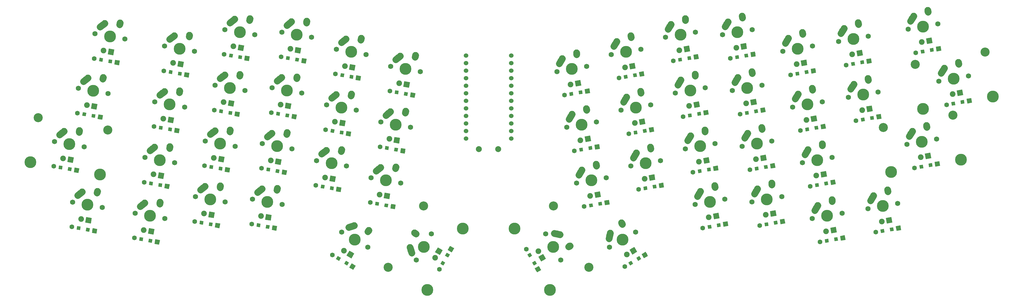
<source format=gbs>
G04 #@! TF.GenerationSoftware,KiCad,Pcbnew,(5.1.4-0-10_14)*
G04 #@! TF.CreationDate,2022-04-16T14:17:43-04:00*
G04 #@! TF.ProjectId,keyboard,6b657962-6f61-4726-942e-6b696361645f,rev?*
G04 #@! TF.SameCoordinates,Original*
G04 #@! TF.FileFunction,Soldermask,Bot*
G04 #@! TF.FilePolarity,Negative*
%FSLAX46Y46*%
G04 Gerber Fmt 4.6, Leading zero omitted, Abs format (unit mm)*
G04 Created by KiCad (PCBNEW (5.1.4-0-10_14)) date 2022-04-16 14:17:43*
%MOMM*%
%LPD*%
G04 APERTURE LIST*
%ADD10C,2.000000*%
%ADD11C,1.750000*%
%ADD12C,1.905000*%
%ADD13C,0.100000*%
%ADD14C,2.250000*%
%ADD15C,3.987800*%
%ADD16C,2.250000*%
%ADD17C,1.600000*%
%ADD18C,1.200000*%
%ADD19C,3.048000*%
%ADD20C,1.524000*%
G04 APERTURE END LIST*
D10*
X207626800Y-93726000D03*
X214126800Y-93726000D03*
D11*
X144610691Y-93619674D03*
X134605045Y-91855408D03*
D12*
X139976441Y-97960898D03*
D13*
G36*
X138873012Y-98733527D02*
G01*
X139203812Y-96857469D01*
X141079870Y-97188269D01*
X140749070Y-99064327D01*
X138873012Y-98733527D01*
X138873012Y-98733527D01*
G37*
D12*
X137475029Y-97519831D03*
D14*
X137840441Y-88364190D03*
D15*
X139607868Y-92737541D03*
D14*
X137068630Y-88969360D03*
D16*
X136296817Y-89574530D02*
X137840443Y-88364190D01*
D14*
X142991412Y-88175784D03*
X142921358Y-88457906D03*
D16*
X142851304Y-88740027D02*
X142991412Y-88175785D01*
D11*
X362262011Y-51600531D03*
X352256365Y-53364797D03*
D12*
X359392027Y-57264954D03*
D13*
G36*
X358619398Y-58368383D02*
G01*
X358288598Y-56492325D01*
X360164656Y-56161525D01*
X360495456Y-58037583D01*
X358619398Y-58368383D01*
X358619398Y-58368383D01*
G37*
D12*
X356890615Y-57706021D03*
D14*
X354102576Y-48977553D03*
D15*
X357259188Y-52482664D03*
D14*
X353584291Y-49810203D03*
D16*
X353066004Y-50642852D02*
X354102578Y-48977554D01*
D14*
X358878467Y-47038774D03*
X358909129Y-47327842D03*
D16*
X358939791Y-47616909D02*
X358878467Y-47038775D01*
D11*
X170146209Y-126737400D03*
X161347391Y-121657400D03*
D12*
X164306652Y-129231809D03*
D13*
G36*
X163005513Y-129580448D02*
G01*
X163958013Y-127930670D01*
X165607791Y-128883170D01*
X164655291Y-130532948D01*
X163005513Y-129580448D01*
X163005513Y-129580448D01*
G37*
D12*
X162106948Y-127961809D03*
D14*
X165581736Y-119483298D03*
D15*
X165746800Y-124197400D03*
D14*
X164649490Y-119787997D03*
D16*
X163717243Y-120092695D02*
X165581737Y-119483299D01*
D14*
X170486505Y-121067991D03*
X170324185Y-121309139D03*
D16*
X170161864Y-121550286D02*
X170486506Y-121067992D01*
D11*
X181263627Y-105159708D03*
X171257981Y-103395442D03*
D12*
X176629377Y-109500932D03*
D13*
G36*
X175525948Y-110273561D02*
G01*
X175856748Y-108397503D01*
X177732806Y-108728303D01*
X177402006Y-110604361D01*
X175525948Y-110273561D01*
X175525948Y-110273561D01*
G37*
D12*
X174127965Y-109059865D03*
D14*
X174493377Y-99904224D03*
D15*
X176260804Y-104277575D03*
D14*
X173721566Y-100509394D03*
D16*
X172949753Y-101114564D02*
X174493379Y-99904224D01*
D14*
X179644348Y-99715818D03*
X179574294Y-99997940D03*
D16*
X179504240Y-100280061D02*
X179644348Y-99715819D01*
D11*
X101784565Y-117089555D03*
X91778919Y-115325289D03*
D12*
X97150315Y-121430779D03*
D13*
G36*
X96046886Y-122203408D02*
G01*
X96377686Y-120327350D01*
X98253744Y-120658150D01*
X97922944Y-122534208D01*
X96046886Y-122203408D01*
X96046886Y-122203408D01*
G37*
D12*
X94648903Y-120989712D03*
D14*
X95014315Y-111834071D03*
D15*
X96781742Y-116207422D03*
D14*
X94242504Y-112439241D03*
D16*
X93470691Y-113044411D02*
X95014317Y-111834071D01*
D14*
X100165286Y-111645665D03*
X100095232Y-111927787D03*
D16*
X100025178Y-112209908D02*
X100165286Y-111645666D01*
D11*
X108400560Y-79568380D03*
X98394914Y-77804114D03*
D12*
X103766310Y-83909604D03*
D13*
G36*
X102662881Y-84682233D02*
G01*
X102993681Y-82806175D01*
X104869739Y-83136975D01*
X104538939Y-85013033D01*
X102662881Y-84682233D01*
X102662881Y-84682233D01*
G37*
D12*
X101264898Y-83468537D03*
D14*
X101630310Y-74312896D03*
D15*
X103397737Y-78686247D03*
D14*
X100858499Y-74918066D03*
D16*
X100086686Y-75523236D02*
X101630312Y-74312896D01*
D14*
X106781281Y-74124490D03*
X106711227Y-74406612D03*
D16*
X106641173Y-74688733D02*
X106781281Y-74124491D01*
D17*
X94815524Y-104899194D03*
X102497024Y-106253650D03*
D13*
G36*
X103423789Y-105604722D02*
G01*
X103145952Y-107180415D01*
X101570259Y-106902578D01*
X101848096Y-105326885D01*
X103423789Y-105604722D01*
X103423789Y-105604722D01*
G37*
D18*
X100207346Y-105849918D03*
D13*
G36*
X100902420Y-105363222D02*
G01*
X100694042Y-106544992D01*
X99512272Y-106336614D01*
X99720650Y-105154844D01*
X100902420Y-105363222D01*
X100902420Y-105363222D01*
G37*
D18*
X97105202Y-105302926D03*
D13*
G36*
X97800276Y-104816230D02*
G01*
X97591898Y-105998000D01*
X96410128Y-105789622D01*
X96618506Y-104607852D01*
X97800276Y-104816230D01*
X97800276Y-104816230D01*
G37*
D17*
X236469516Y-75563216D03*
X244151016Y-74208760D03*
D13*
G36*
X244799944Y-73281995D02*
G01*
X245077781Y-74857688D01*
X243502088Y-75135525D01*
X243224251Y-73559832D01*
X244799944Y-73281995D01*
X244799944Y-73281995D01*
G37*
D18*
X241861338Y-74612492D03*
D13*
G36*
X242348034Y-73917418D02*
G01*
X242556412Y-75099188D01*
X241374642Y-75307566D01*
X241166264Y-74125796D01*
X242348034Y-73917418D01*
X242348034Y-73917418D01*
G37*
D18*
X238759194Y-75159484D03*
D13*
G36*
X239245890Y-74464410D02*
G01*
X239454268Y-75646180D01*
X238272498Y-75854558D01*
X238064120Y-74672788D01*
X239245890Y-74464410D01*
X239245890Y-74464410D01*
G37*
D17*
X115138946Y-99343922D03*
X122820446Y-100698378D03*
D13*
G36*
X123747211Y-100049450D02*
G01*
X123469374Y-101625143D01*
X121893681Y-101347306D01*
X122171518Y-99771613D01*
X123747211Y-100049450D01*
X123747211Y-100049450D01*
G37*
D18*
X120530768Y-100294646D03*
D13*
G36*
X121225842Y-99807950D02*
G01*
X121017464Y-100989720D01*
X119835694Y-100781342D01*
X120044072Y-99599572D01*
X121225842Y-99807950D01*
X121225842Y-99807950D01*
G37*
D18*
X117428624Y-99747654D03*
D13*
G36*
X118123698Y-99260958D02*
G01*
X117915320Y-100442728D01*
X116733550Y-100234350D01*
X116941928Y-99052580D01*
X118123698Y-99260958D01*
X118123698Y-99260958D01*
G37*
D17*
X121754941Y-61822747D03*
X129436441Y-63177203D03*
D13*
G36*
X130363206Y-62528275D02*
G01*
X130085369Y-64103968D01*
X128509676Y-63826131D01*
X128787513Y-62250438D01*
X130363206Y-62528275D01*
X130363206Y-62528275D01*
G37*
D18*
X127146763Y-62773471D03*
D13*
G36*
X127841837Y-62286775D02*
G01*
X127633459Y-63468545D01*
X126451689Y-63260167D01*
X126660067Y-62078397D01*
X127841837Y-62286775D01*
X127841837Y-62286775D01*
G37*
D18*
X124044619Y-62226479D03*
D13*
G36*
X124739693Y-61739783D02*
G01*
X124531315Y-62921553D01*
X123349545Y-62713175D01*
X123557923Y-61531405D01*
X124739693Y-61739783D01*
X124739693Y-61739783D01*
G37*
D17*
X152660121Y-105959918D03*
X160341621Y-107314374D03*
D13*
G36*
X161268386Y-106665446D02*
G01*
X160990549Y-108241139D01*
X159414856Y-107963302D01*
X159692693Y-106387609D01*
X161268386Y-106665446D01*
X161268386Y-106665446D01*
G37*
D18*
X158051943Y-106910642D03*
D13*
G36*
X158747017Y-106423946D02*
G01*
X158538639Y-107605716D01*
X157356869Y-107397338D01*
X157565247Y-106215568D01*
X158747017Y-106423946D01*
X158747017Y-106423946D01*
G37*
D18*
X154949799Y-106363650D03*
D13*
G36*
X155644873Y-105876954D02*
G01*
X155436495Y-107058724D01*
X154254725Y-106850346D01*
X154463103Y-105668576D01*
X155644873Y-105876954D01*
X155644873Y-105876954D01*
G37*
D17*
X322564574Y-125014238D03*
X330246074Y-123659782D03*
D13*
G36*
X330895002Y-122733017D02*
G01*
X331172839Y-124308710D01*
X329597146Y-124586547D01*
X329319309Y-123010854D01*
X330895002Y-122733017D01*
X330895002Y-122733017D01*
G37*
D18*
X327956396Y-124063514D03*
D13*
G36*
X328443092Y-123368440D02*
G01*
X328651470Y-124550210D01*
X327469700Y-124758588D01*
X327261322Y-123576818D01*
X328443092Y-123368440D01*
X328443092Y-123368440D01*
G37*
D18*
X324854252Y-124610506D03*
D13*
G36*
X325340948Y-123915432D02*
G01*
X325549326Y-125097202D01*
X324367556Y-125305580D01*
X324159178Y-124123810D01*
X325340948Y-123915432D01*
X325340948Y-123915432D01*
G37*
D17*
X254795984Y-69793199D03*
X262477484Y-68438743D03*
D13*
G36*
X263126412Y-67511978D02*
G01*
X263404249Y-69087671D01*
X261828556Y-69365508D01*
X261550719Y-67789815D01*
X263126412Y-67511978D01*
X263126412Y-67511978D01*
G37*
D18*
X260187806Y-68842475D03*
D13*
G36*
X260674502Y-68147401D02*
G01*
X260882880Y-69329171D01*
X259701110Y-69537549D01*
X259492732Y-68355779D01*
X260674502Y-68147401D01*
X260674502Y-68147401D01*
G37*
D18*
X257085662Y-69389467D03*
D13*
G36*
X257572358Y-68694393D02*
G01*
X257780736Y-69876163D01*
X256598966Y-70084541D01*
X256390588Y-68902771D01*
X257572358Y-68694393D01*
X257572358Y-68694393D01*
G37*
D17*
X77980784Y-63243022D03*
X85662284Y-64597478D03*
D13*
G36*
X86589049Y-63948550D02*
G01*
X86311212Y-65524243D01*
X84735519Y-65246406D01*
X85013356Y-63670713D01*
X86589049Y-63948550D01*
X86589049Y-63948550D01*
G37*
D18*
X83372606Y-64193746D03*
D13*
G36*
X84067680Y-63707050D02*
G01*
X83859302Y-64888820D01*
X82677532Y-64680442D01*
X82885910Y-63498672D01*
X84067680Y-63707050D01*
X84067680Y-63707050D01*
G37*
D18*
X80270462Y-63646754D03*
D13*
G36*
X80965536Y-63160058D02*
G01*
X80757158Y-64341828D01*
X79575388Y-64133450D01*
X79783766Y-62951680D01*
X80965536Y-63160058D01*
X80965536Y-63160058D01*
G37*
D17*
X177602584Y-74208760D03*
X185284084Y-75563216D03*
D13*
G36*
X186210849Y-74914288D02*
G01*
X185933012Y-76489981D01*
X184357319Y-76212144D01*
X184635156Y-74636451D01*
X186210849Y-74914288D01*
X186210849Y-74914288D01*
G37*
D18*
X182994406Y-75159484D03*
D13*
G36*
X183689480Y-74672788D02*
G01*
X183481102Y-75854558D01*
X182299332Y-75646180D01*
X182507710Y-74464410D01*
X183689480Y-74672788D01*
X183689480Y-74672788D01*
G37*
D18*
X179892262Y-74612492D03*
D13*
G36*
X180587336Y-74125796D02*
G01*
X180378958Y-75307566D01*
X179197188Y-75099188D01*
X179405566Y-73917418D01*
X180587336Y-74125796D01*
X180587336Y-74125796D01*
G37*
D17*
X111830948Y-118104510D03*
X119512448Y-119458966D03*
D13*
G36*
X120439213Y-118810038D02*
G01*
X120161376Y-120385731D01*
X118585683Y-120107894D01*
X118863520Y-118532201D01*
X120439213Y-118810038D01*
X120439213Y-118810038D01*
G37*
D18*
X117222770Y-119055234D03*
D13*
G36*
X117917844Y-118568538D02*
G01*
X117709466Y-119750308D01*
X116527696Y-119541930D01*
X116736074Y-118360160D01*
X117917844Y-118568538D01*
X117917844Y-118568538D01*
G37*
D18*
X114120626Y-118508242D03*
D13*
G36*
X114815700Y-118021546D02*
G01*
X114607322Y-119203316D01*
X113425552Y-118994938D01*
X113633930Y-117813168D01*
X114815700Y-118021546D01*
X114815700Y-118021546D01*
G37*
D17*
X331401169Y-65424477D03*
X339082669Y-64070021D03*
D13*
G36*
X339731597Y-63143256D02*
G01*
X340009434Y-64718949D01*
X338433741Y-64996786D01*
X338155904Y-63421093D01*
X339731597Y-63143256D01*
X339731597Y-63143256D01*
G37*
D18*
X336792991Y-64473753D03*
D13*
G36*
X337279687Y-63778679D02*
G01*
X337488065Y-64960449D01*
X336306295Y-65168827D01*
X336097917Y-63987057D01*
X337279687Y-63778679D01*
X337279687Y-63778679D01*
G37*
D18*
X333690847Y-65020745D03*
D13*
G36*
X334177543Y-64325671D02*
G01*
X334385921Y-65507441D01*
X333204151Y-65715819D01*
X332995773Y-64534049D01*
X334177543Y-64325671D01*
X334177543Y-64325671D01*
G37*
D17*
X256756801Y-133296440D03*
X263511799Y-129396440D03*
D13*
G36*
X263804619Y-128303620D02*
G01*
X264604619Y-129689260D01*
X263218979Y-130489260D01*
X262418979Y-129103620D01*
X263804619Y-128303620D01*
X263804619Y-128303620D01*
G37*
D18*
X261498290Y-130558940D03*
D13*
G36*
X261717905Y-129739325D02*
G01*
X262317905Y-130778555D01*
X261278675Y-131378555D01*
X260678675Y-130339325D01*
X261717905Y-129739325D01*
X261717905Y-129739325D01*
G37*
D18*
X258770310Y-132133940D03*
D13*
G36*
X258989925Y-131314325D02*
G01*
X259589925Y-132353555D01*
X258550695Y-132953555D01*
X257950695Y-131914325D01*
X258989925Y-131314325D01*
X258989925Y-131314325D01*
G37*
D17*
X319256576Y-106253650D03*
X326938076Y-104899194D03*
D13*
G36*
X327587004Y-103972429D02*
G01*
X327864841Y-105548122D01*
X326289148Y-105825959D01*
X326011311Y-104250266D01*
X327587004Y-103972429D01*
X327587004Y-103972429D01*
G37*
D18*
X324648398Y-105302926D03*
D13*
G36*
X325135094Y-104607852D02*
G01*
X325343472Y-105789622D01*
X324161702Y-105998000D01*
X323953324Y-104816230D01*
X325135094Y-104607852D01*
X325135094Y-104607852D01*
G37*
D18*
X321546254Y-105849918D03*
D13*
G36*
X322032950Y-105154844D02*
G01*
X322241328Y-106336614D01*
X321059558Y-106544992D01*
X320851180Y-105363222D01*
X322032950Y-105154844D01*
X322032950Y-105154844D01*
G37*
D17*
X64329568Y-99523698D03*
X72011068Y-100878154D03*
D13*
G36*
X72937833Y-100229226D02*
G01*
X72659996Y-101804919D01*
X71084303Y-101527082D01*
X71362140Y-99951389D01*
X72937833Y-100229226D01*
X72937833Y-100229226D01*
G37*
D18*
X69721390Y-100474422D03*
D13*
G36*
X70416464Y-99987726D02*
G01*
X70208086Y-101169496D01*
X69026316Y-100961118D01*
X69234694Y-99779348D01*
X70416464Y-99987726D01*
X70416464Y-99987726D01*
G37*
D18*
X66619246Y-99927430D03*
D13*
G36*
X67314320Y-99440734D02*
G01*
X67105942Y-100622504D01*
X65924172Y-100414126D01*
X66132550Y-99232356D01*
X67314320Y-99440734D01*
X67314320Y-99440734D01*
G37*
D17*
X354432679Y-100051154D03*
X362114179Y-98696698D03*
D13*
G36*
X362763107Y-97769933D02*
G01*
X363040944Y-99345626D01*
X361465251Y-99623463D01*
X361187414Y-98047770D01*
X362763107Y-97769933D01*
X362763107Y-97769933D01*
G37*
D18*
X359824501Y-99100430D03*
D13*
G36*
X360311197Y-98405356D02*
G01*
X360519575Y-99587126D01*
X359337805Y-99795504D01*
X359129427Y-98613734D01*
X360311197Y-98405356D01*
X360311197Y-98405356D01*
G37*
D18*
X356722357Y-99647422D03*
D13*
G36*
X357209053Y-98952348D02*
G01*
X357417431Y-100134118D01*
X356235661Y-100342496D01*
X356027283Y-99160726D01*
X357209053Y-98952348D01*
X357209053Y-98952348D01*
G37*
D17*
X315948579Y-87493063D03*
X323630079Y-86138607D03*
D13*
G36*
X324279007Y-85211842D02*
G01*
X324556844Y-86787535D01*
X322981151Y-87065372D01*
X322703314Y-85489679D01*
X324279007Y-85211842D01*
X324279007Y-85211842D01*
G37*
D18*
X321340401Y-86542339D03*
D13*
G36*
X321827097Y-85847265D02*
G01*
X322035475Y-87029035D01*
X320853705Y-87237413D01*
X320645327Y-86055643D01*
X321827097Y-85847265D01*
X321827097Y-85847265D01*
G37*
D18*
X318238257Y-87089331D03*
D13*
G36*
X318724953Y-86394257D02*
G01*
X318933331Y-87576027D01*
X317751561Y-87784405D01*
X317543183Y-86602635D01*
X318724953Y-86394257D01*
X318724953Y-86394257D01*
G37*
D17*
X118446944Y-80583335D03*
X126128444Y-81937791D03*
D13*
G36*
X127055209Y-81288863D02*
G01*
X126777372Y-82864556D01*
X125201679Y-82586719D01*
X125479516Y-81011026D01*
X127055209Y-81288863D01*
X127055209Y-81288863D01*
G37*
D18*
X123838766Y-81534059D03*
D13*
G36*
X124533840Y-81047363D02*
G01*
X124325462Y-82229133D01*
X123143692Y-82020755D01*
X123352070Y-80838985D01*
X124533840Y-81047363D01*
X124533840Y-81047363D01*
G37*
D18*
X120736622Y-80987067D03*
D13*
G36*
X121431696Y-80500371D02*
G01*
X121223318Y-81682141D01*
X120041548Y-81473763D01*
X120249926Y-80291993D01*
X121431696Y-80500371D01*
X121431696Y-80500371D01*
G37*
D17*
X341325162Y-121706240D03*
X349006662Y-120351784D03*
D13*
G36*
X349655590Y-119425019D02*
G01*
X349933427Y-121000712D01*
X348357734Y-121278549D01*
X348079897Y-119702856D01*
X349655590Y-119425019D01*
X349655590Y-119425019D01*
G37*
D18*
X346716984Y-120755516D03*
D13*
G36*
X347203680Y-120060442D02*
G01*
X347412058Y-121242212D01*
X346230288Y-121450590D01*
X346021910Y-120268820D01*
X347203680Y-120060442D01*
X347203680Y-120060442D01*
G37*
D18*
X343614840Y-121302508D03*
D13*
G36*
X344101536Y-120607434D02*
G01*
X344309914Y-121789204D01*
X343128144Y-121997582D01*
X342919766Y-120815812D01*
X344101536Y-120607434D01*
X344101536Y-120607434D01*
G37*
D17*
X159276116Y-68438743D03*
X166957616Y-69793199D03*
D13*
G36*
X167884381Y-69144271D02*
G01*
X167606544Y-70719964D01*
X166030851Y-70442127D01*
X166308688Y-68866434D01*
X167884381Y-69144271D01*
X167884381Y-69144271D01*
G37*
D18*
X164667938Y-69389467D03*
D13*
G36*
X165363012Y-68902771D02*
G01*
X165154634Y-70084541D01*
X163972864Y-69876163D01*
X164181242Y-68694393D01*
X165363012Y-68902771D01*
X165363012Y-68902771D01*
G37*
D18*
X161565794Y-68842475D03*
D13*
G36*
X162260868Y-68355779D02*
G01*
X162052490Y-69537549D01*
X160870720Y-69329171D01*
X161079098Y-68147401D01*
X162260868Y-68355779D01*
X162260868Y-68355779D01*
G37*
D17*
X334709167Y-84185065D03*
X342390667Y-82830609D03*
D13*
G36*
X343039595Y-81903844D02*
G01*
X343317432Y-83479537D01*
X341741739Y-83757374D01*
X341463902Y-82181681D01*
X343039595Y-81903844D01*
X343039595Y-81903844D01*
G37*
D18*
X340100989Y-83234341D03*
D13*
G36*
X340587685Y-82539267D02*
G01*
X340796063Y-83721037D01*
X339614293Y-83929415D01*
X339405915Y-82747645D01*
X340587685Y-82539267D01*
X340587685Y-82539267D01*
G37*
D18*
X336998845Y-83781333D03*
D13*
G36*
X337485541Y-83086259D02*
G01*
X337693919Y-84268029D01*
X336512149Y-84476407D01*
X336303771Y-83294637D01*
X337485541Y-83086259D01*
X337485541Y-83086259D01*
G37*
D17*
X101431519Y-67378019D03*
X109113019Y-68732475D03*
D13*
G36*
X110039784Y-68083547D02*
G01*
X109761947Y-69659240D01*
X108186254Y-69381403D01*
X108464091Y-67805710D01*
X110039784Y-68083547D01*
X110039784Y-68083547D01*
G37*
D18*
X106823341Y-68328743D03*
D13*
G36*
X107518415Y-67842047D02*
G01*
X107310037Y-69023817D01*
X106128267Y-68815439D01*
X106336645Y-67633669D01*
X107518415Y-67842047D01*
X107518415Y-67842047D01*
G37*
D18*
X103721197Y-67781751D03*
D13*
G36*
X104416271Y-67295055D02*
G01*
X104207893Y-68476825D01*
X103026123Y-68268447D01*
X103234501Y-67086677D01*
X104416271Y-67295055D01*
X104416271Y-67295055D01*
G37*
D17*
X312640581Y-68732475D03*
X320322081Y-67378019D03*
D13*
G36*
X320971009Y-66451254D02*
G01*
X321248846Y-68026947D01*
X319673153Y-68304784D01*
X319395316Y-66729091D01*
X320971009Y-66451254D01*
X320971009Y-66451254D01*
G37*
D18*
X318032403Y-67781751D03*
D13*
G36*
X318519099Y-67086677D02*
G01*
X318727477Y-68268447D01*
X317545707Y-68476825D01*
X317337329Y-67295055D01*
X318519099Y-67086677D01*
X318519099Y-67086677D01*
G37*
D18*
X314930259Y-68328743D03*
D13*
G36*
X315416955Y-67633669D02*
G01*
X315625333Y-68815439D01*
X314443563Y-69023817D01*
X314235185Y-67842047D01*
X315416955Y-67633669D01*
X315416955Y-67633669D01*
G37*
D17*
X292317159Y-63177203D03*
X299998659Y-61822747D03*
D13*
G36*
X300647587Y-60895982D02*
G01*
X300925424Y-62471675D01*
X299349731Y-62749512D01*
X299071894Y-61173819D01*
X300647587Y-60895982D01*
X300647587Y-60895982D01*
G37*
D18*
X297708981Y-62226479D03*
D13*
G36*
X298195677Y-61531405D02*
G01*
X298404055Y-62713175D01*
X297222285Y-62921553D01*
X297013907Y-61739783D01*
X298195677Y-61531405D01*
X298195677Y-61531405D01*
G37*
D18*
X294606837Y-62773471D03*
D13*
G36*
X295093533Y-62078397D02*
G01*
X295301911Y-63260167D01*
X294120141Y-63468545D01*
X293911763Y-62286775D01*
X295093533Y-62078397D01*
X295093533Y-62078397D01*
G37*
D17*
X243085511Y-113084391D03*
X250767011Y-111729935D03*
D13*
G36*
X251415939Y-110803170D02*
G01*
X251693776Y-112378863D01*
X250118083Y-112656700D01*
X249840246Y-111081007D01*
X251415939Y-110803170D01*
X251415939Y-110803170D01*
G37*
D18*
X248477333Y-112133667D03*
D13*
G36*
X248964029Y-111438593D02*
G01*
X249172407Y-112620363D01*
X247990637Y-112828741D01*
X247782259Y-111646971D01*
X248964029Y-111438593D01*
X248964029Y-111438593D01*
G37*
D18*
X245375189Y-112680659D03*
D13*
G36*
X245861885Y-111985585D02*
G01*
X246070263Y-113167355D01*
X244888493Y-113375733D01*
X244680115Y-112193963D01*
X245861885Y-111985585D01*
X245861885Y-111985585D01*
G37*
D17*
X131025655Y-118950489D03*
X138707155Y-120304945D03*
D13*
G36*
X139633920Y-119656017D02*
G01*
X139356083Y-121231710D01*
X137780390Y-120953873D01*
X138058227Y-119378180D01*
X139633920Y-119656017D01*
X139633920Y-119656017D01*
G37*
D18*
X136417477Y-119901213D03*
D13*
G36*
X137112551Y-119414517D02*
G01*
X136904173Y-120596287D01*
X135722403Y-120387909D01*
X135930781Y-119206139D01*
X137112551Y-119414517D01*
X137112551Y-119414517D01*
G37*
D18*
X133315333Y-119354221D03*
D13*
G36*
X134010407Y-118867525D02*
G01*
X133802029Y-120049295D01*
X132620259Y-119840917D01*
X132828637Y-118659147D01*
X134010407Y-118867525D01*
X134010407Y-118867525D01*
G37*
D17*
X261411979Y-107314374D03*
X269093479Y-105959918D03*
D13*
G36*
X269742407Y-105033153D02*
G01*
X270020244Y-106608846D01*
X268444551Y-106886683D01*
X268166714Y-105310990D01*
X269742407Y-105033153D01*
X269742407Y-105033153D01*
G37*
D18*
X266803801Y-106363650D03*
D13*
G36*
X267290497Y-105668576D02*
G01*
X267498875Y-106850346D01*
X266317105Y-107058724D01*
X266108727Y-105876954D01*
X267290497Y-105668576D01*
X267290497Y-105668576D01*
G37*
D18*
X263701657Y-106910642D03*
D13*
G36*
X264188353Y-106215568D02*
G01*
X264396731Y-107397338D01*
X263214961Y-107605716D01*
X263006583Y-106423946D01*
X264188353Y-106215568D01*
X264188353Y-106215568D01*
G37*
D17*
X283046445Y-120304945D03*
X290727945Y-118950489D03*
D13*
G36*
X291376873Y-118023724D02*
G01*
X291654710Y-119599417D01*
X290079017Y-119877254D01*
X289801180Y-118301561D01*
X291376873Y-118023724D01*
X291376873Y-118023724D01*
G37*
D18*
X288438267Y-119354221D03*
D13*
G36*
X288924963Y-118659147D02*
G01*
X289133341Y-119840917D01*
X287951571Y-120049295D01*
X287743193Y-118867525D01*
X288924963Y-118659147D01*
X288924963Y-118659147D01*
G37*
D18*
X285336123Y-119901213D03*
D13*
G36*
X285822819Y-119206139D02*
G01*
X286031197Y-120387909D01*
X284849427Y-120596287D01*
X284641049Y-119414517D01*
X285822819Y-119206139D01*
X285822819Y-119206139D01*
G37*
D17*
X295625157Y-81937791D03*
X303306657Y-80583335D03*
D13*
G36*
X303955585Y-79656570D02*
G01*
X304233422Y-81232263D01*
X302657729Y-81510100D01*
X302379892Y-79934407D01*
X303955585Y-79656570D01*
X303955585Y-79656570D01*
G37*
D18*
X301016979Y-80987067D03*
D13*
G36*
X301503675Y-80291993D02*
G01*
X301712053Y-81473763D01*
X300530283Y-81682141D01*
X300321905Y-80500371D01*
X301503675Y-80291993D01*
X301503675Y-80291993D01*
G37*
D18*
X297914835Y-81534059D03*
D13*
G36*
X298401531Y-80838985D02*
G01*
X298609909Y-82020755D01*
X297428139Y-82229133D01*
X297219761Y-81047363D01*
X298401531Y-80838985D01*
X298401531Y-80838985D01*
G37*
D17*
X276430450Y-82783770D03*
X284111950Y-81429314D03*
D13*
G36*
X284760878Y-80502549D02*
G01*
X285038715Y-82078242D01*
X283463022Y-82356079D01*
X283185185Y-80780386D01*
X284760878Y-80502549D01*
X284760878Y-80502549D01*
G37*
D18*
X281822272Y-81833046D03*
D13*
G36*
X282308968Y-81137972D02*
G01*
X282517346Y-82319742D01*
X281335576Y-82528120D01*
X281127198Y-81346350D01*
X282308968Y-81137972D01*
X282308968Y-81137972D01*
G37*
D18*
X278720128Y-82380038D03*
D13*
G36*
X279206824Y-81684964D02*
G01*
X279415202Y-82866734D01*
X278233432Y-83075112D01*
X278025054Y-81893342D01*
X279206824Y-81684964D01*
X279206824Y-81684964D01*
G37*
D17*
X258103982Y-88553787D03*
X265785482Y-87199331D03*
D13*
G36*
X266434410Y-86272566D02*
G01*
X266712247Y-87848259D01*
X265136554Y-88126096D01*
X264858717Y-86550403D01*
X266434410Y-86272566D01*
X266434410Y-86272566D01*
G37*
D18*
X263495804Y-87603063D03*
D13*
G36*
X263982500Y-86907989D02*
G01*
X264190878Y-88089759D01*
X263009108Y-88298137D01*
X262800730Y-87116367D01*
X263982500Y-86907989D01*
X263982500Y-86907989D01*
G37*
D18*
X260393660Y-88150055D03*
D13*
G36*
X260880356Y-87454981D02*
G01*
X261088734Y-88636751D01*
X259906964Y-88845129D01*
X259698586Y-87663359D01*
X260880356Y-87454981D01*
X260880356Y-87454981D01*
G37*
D17*
X273122452Y-64023182D03*
X280803952Y-62668726D03*
D13*
G36*
X281452880Y-61741961D02*
G01*
X281730717Y-63317654D01*
X280155024Y-63595491D01*
X279877187Y-62019798D01*
X281452880Y-61741961D01*
X281452880Y-61741961D01*
G37*
D18*
X278514274Y-63072458D03*
D13*
G36*
X279000970Y-62377384D02*
G01*
X279209348Y-63559154D01*
X278027578Y-63767532D01*
X277819200Y-62585762D01*
X279000970Y-62377384D01*
X279000970Y-62377384D01*
G37*
D18*
X275412130Y-63619450D03*
D13*
G36*
X275898826Y-62924376D02*
G01*
X276107204Y-64106146D01*
X274925434Y-64314524D01*
X274717056Y-63132754D01*
X275898826Y-62924376D01*
X275898826Y-62924376D01*
G37*
D17*
X239777514Y-94323804D03*
X247459014Y-92969348D03*
D13*
G36*
X248107942Y-92042583D02*
G01*
X248385779Y-93618276D01*
X246810086Y-93896113D01*
X246532249Y-92320420D01*
X248107942Y-92042583D01*
X248107942Y-92042583D01*
G37*
D18*
X245169336Y-93373080D03*
D13*
G36*
X245656032Y-92678006D02*
G01*
X245864410Y-93859776D01*
X244682640Y-94068154D01*
X244474262Y-92886384D01*
X245656032Y-92678006D01*
X245656032Y-92678006D01*
G37*
D18*
X242067192Y-93920072D03*
D13*
G36*
X242553888Y-93224998D02*
G01*
X242762266Y-94406768D01*
X241580496Y-94615146D01*
X241372118Y-93433376D01*
X242553888Y-93224998D01*
X242553888Y-93224998D01*
G37*
D17*
X174294587Y-92969348D03*
X181976087Y-94323804D03*
D13*
G36*
X182902852Y-93674876D02*
G01*
X182625015Y-95250569D01*
X181049322Y-94972732D01*
X181327159Y-93397039D01*
X182902852Y-93674876D01*
X182902852Y-93674876D01*
G37*
D18*
X179686409Y-93920072D03*
D13*
G36*
X180381483Y-93433376D02*
G01*
X180173105Y-94615146D01*
X178991335Y-94406768D01*
X179199713Y-93224998D01*
X180381483Y-93433376D01*
X180381483Y-93433376D01*
G37*
D18*
X176584265Y-93373080D03*
D13*
G36*
X177279339Y-92886384D02*
G01*
X177070961Y-94068154D01*
X175889191Y-93859776D01*
X176097569Y-92678006D01*
X177279339Y-92886384D01*
X177279339Y-92886384D01*
G37*
D17*
X155968119Y-87199331D03*
X163649619Y-88553787D03*
D13*
G36*
X164576384Y-87904859D02*
G01*
X164298547Y-89480552D01*
X162722854Y-89202715D01*
X163000691Y-87627022D01*
X164576384Y-87904859D01*
X164576384Y-87904859D01*
G37*
D18*
X161359941Y-88150055D03*
D13*
G36*
X162055015Y-87663359D02*
G01*
X161846637Y-88845129D01*
X160664867Y-88636751D01*
X160873245Y-87454981D01*
X162055015Y-87663359D01*
X162055015Y-87663359D01*
G37*
D18*
X158257797Y-87603063D03*
D13*
G36*
X158952871Y-87116367D02*
G01*
X158744493Y-88298137D01*
X157562723Y-88089759D01*
X157771101Y-86907989D01*
X158952871Y-87116367D01*
X158952871Y-87116367D01*
G37*
D17*
X365195122Y-78809569D03*
X372876622Y-77455113D03*
D13*
G36*
X373525550Y-76528348D02*
G01*
X373803387Y-78104041D01*
X372227694Y-78381878D01*
X371949857Y-76806185D01*
X373525550Y-76528348D01*
X373525550Y-76528348D01*
G37*
D18*
X370586944Y-77858845D03*
D13*
G36*
X371073640Y-77163771D02*
G01*
X371282018Y-78345541D01*
X370100248Y-78553919D01*
X369891870Y-77372149D01*
X371073640Y-77163771D01*
X371073640Y-77163771D01*
G37*
D18*
X367484800Y-78405837D03*
D13*
G36*
X367971496Y-77710763D02*
G01*
X368179874Y-78892533D01*
X366998104Y-79100911D01*
X366789726Y-77919141D01*
X367971496Y-77710763D01*
X367971496Y-77710763D01*
G37*
D17*
X140949648Y-62668726D03*
X148631148Y-64023182D03*
D13*
G36*
X149557913Y-63374254D02*
G01*
X149280076Y-64949947D01*
X147704383Y-64672110D01*
X147982220Y-63096417D01*
X149557913Y-63374254D01*
X149557913Y-63374254D01*
G37*
D18*
X146341470Y-63619450D03*
D13*
G36*
X147036544Y-63132754D02*
G01*
X146828166Y-64314524D01*
X145646396Y-64106146D01*
X145854774Y-62924376D01*
X147036544Y-63132754D01*
X147036544Y-63132754D01*
G37*
D18*
X143239326Y-63072458D03*
D13*
G36*
X143934400Y-62585762D02*
G01*
X143726022Y-63767532D01*
X142544252Y-63559154D01*
X142752630Y-62377384D01*
X143934400Y-62585762D01*
X143934400Y-62585762D01*
G37*
D17*
X302241152Y-119458966D03*
X309922652Y-118104510D03*
D13*
G36*
X310571580Y-117177745D02*
G01*
X310849417Y-118753438D01*
X309273724Y-119031275D01*
X308995887Y-117455582D01*
X310571580Y-117177745D01*
X310571580Y-117177745D01*
G37*
D18*
X307632974Y-118508242D03*
D13*
G36*
X308119670Y-117813168D02*
G01*
X308328048Y-118994938D01*
X307146278Y-119203316D01*
X306937900Y-118021546D01*
X308119670Y-117813168D01*
X308119670Y-117813168D01*
G37*
D18*
X304530830Y-119055234D03*
D13*
G36*
X305017526Y-118360160D02*
G01*
X305225904Y-119541930D01*
X304044134Y-119750308D01*
X303835756Y-118568538D01*
X305017526Y-118360160D01*
X305017526Y-118360160D01*
G37*
D17*
X298933154Y-100698378D03*
X306614654Y-99343922D03*
D13*
G36*
X307263582Y-98417157D02*
G01*
X307541419Y-99992850D01*
X305965726Y-100270687D01*
X305687889Y-98694994D01*
X307263582Y-98417157D01*
X307263582Y-98417157D01*
G37*
D18*
X304324976Y-99747654D03*
D13*
G36*
X304811672Y-99052580D02*
G01*
X305020050Y-100234350D01*
X303838280Y-100442728D01*
X303629902Y-99260958D01*
X304811672Y-99052580D01*
X304811672Y-99052580D01*
G37*
D18*
X301222832Y-100294646D03*
D13*
G36*
X301709528Y-99599572D02*
G01*
X301917906Y-100781342D01*
X300736136Y-100989720D01*
X300527758Y-99807950D01*
X301709528Y-99599572D01*
X301709528Y-99599572D01*
G37*
D17*
X137641651Y-81429314D03*
X145323151Y-82783770D03*
D13*
G36*
X146249916Y-82134842D02*
G01*
X145972079Y-83710535D01*
X144396386Y-83432698D01*
X144674223Y-81857005D01*
X146249916Y-82134842D01*
X146249916Y-82134842D01*
G37*
D18*
X143033473Y-82380038D03*
D13*
G36*
X143728547Y-81893342D02*
G01*
X143520169Y-83075112D01*
X142338399Y-82866734D01*
X142546777Y-81684964D01*
X143728547Y-81893342D01*
X143728547Y-81893342D01*
G37*
D18*
X139931329Y-81833046D03*
D13*
G36*
X140626403Y-81346350D02*
G01*
X140418025Y-82528120D01*
X139236255Y-82319742D01*
X139444633Y-81137972D01*
X140626403Y-81346350D01*
X140626403Y-81346350D01*
G37*
D17*
X70401865Y-119938285D03*
X78083365Y-121292741D03*
D13*
G36*
X79010130Y-120643813D02*
G01*
X78732293Y-122219506D01*
X77156600Y-121941669D01*
X77434437Y-120365976D01*
X79010130Y-120643813D01*
X79010130Y-120643813D01*
G37*
D18*
X75793687Y-120889009D03*
D13*
G36*
X76488761Y-120402313D02*
G01*
X76280383Y-121584083D01*
X75098613Y-121375705D01*
X75306991Y-120193935D01*
X76488761Y-120402313D01*
X76488761Y-120402313D01*
G37*
D18*
X72691543Y-120342017D03*
D13*
G36*
X73386617Y-119855321D02*
G01*
X73178239Y-121037091D01*
X71996469Y-120828713D01*
X72204847Y-119646943D01*
X73386617Y-119855321D01*
X73386617Y-119855321D01*
G37*
D17*
X194268347Y-134169132D03*
X198168347Y-127414134D03*
D13*
G36*
X197875527Y-126321314D02*
G01*
X199261167Y-127121314D01*
X198461167Y-128506954D01*
X197075527Y-127706954D01*
X197875527Y-126321314D01*
X197875527Y-126321314D01*
G37*
D18*
X197005847Y-129427643D03*
D13*
G36*
X196786232Y-128608028D02*
G01*
X197825462Y-129208028D01*
X197225462Y-130247258D01*
X196186232Y-129647258D01*
X196786232Y-128608028D01*
X196786232Y-128608028D01*
G37*
D18*
X195430847Y-132155623D03*
D13*
G36*
X195211232Y-131336008D02*
G01*
X196250462Y-131936008D01*
X195650462Y-132975238D01*
X194611232Y-132375238D01*
X195211232Y-131336008D01*
X195211232Y-131336008D01*
G37*
D17*
X279738447Y-101544357D03*
X287419947Y-100189901D03*
D13*
G36*
X288068875Y-99263136D02*
G01*
X288346712Y-100838829D01*
X286771019Y-101116666D01*
X286493182Y-99540973D01*
X288068875Y-99263136D01*
X288068875Y-99263136D01*
G37*
D18*
X285130269Y-100593633D03*
D13*
G36*
X285616965Y-99898559D02*
G01*
X285825343Y-101080329D01*
X284643573Y-101288707D01*
X284435195Y-100106937D01*
X285616965Y-99898559D01*
X285616965Y-99898559D01*
G37*
D18*
X282028125Y-101140625D03*
D13*
G36*
X282514821Y-100445551D02*
G01*
X282723199Y-101627321D01*
X281541429Y-101835699D01*
X281333051Y-100653929D01*
X282514821Y-100445551D01*
X282514821Y-100445551D01*
G37*
D17*
X72327713Y-81590110D03*
X80009213Y-82944566D03*
D13*
G36*
X80935978Y-82295638D02*
G01*
X80658141Y-83871331D01*
X79082448Y-83593494D01*
X79360285Y-82017801D01*
X80935978Y-82295638D01*
X80935978Y-82295638D01*
G37*
D18*
X77719535Y-82540834D03*
D13*
G36*
X78414609Y-82054138D02*
G01*
X78206231Y-83235908D01*
X77024461Y-83027530D01*
X77232839Y-81845760D01*
X78414609Y-82054138D01*
X78414609Y-82054138D01*
G37*
D18*
X74617391Y-81993842D03*
D13*
G36*
X75312465Y-81507146D02*
G01*
X75104087Y-82688916D01*
X73922317Y-82480538D01*
X74130695Y-81298768D01*
X75312465Y-81507146D01*
X75312465Y-81507146D01*
G37*
D17*
X134333653Y-100189901D03*
X142015153Y-101544357D03*
D13*
G36*
X142941918Y-100895429D02*
G01*
X142664081Y-102471122D01*
X141088388Y-102193285D01*
X141366225Y-100617592D01*
X142941918Y-100895429D01*
X142941918Y-100895429D01*
G37*
D18*
X139725475Y-101140625D03*
D13*
G36*
X140420549Y-100653929D02*
G01*
X140212171Y-101835699D01*
X139030401Y-101627321D01*
X139238779Y-100445551D01*
X140420549Y-100653929D01*
X140420549Y-100653929D01*
G37*
D18*
X136623331Y-100593633D03*
D13*
G36*
X137318405Y-100106937D02*
G01*
X137110027Y-101288707D01*
X135928257Y-101080329D01*
X136136635Y-99898559D01*
X137318405Y-100106937D01*
X137318405Y-100106937D01*
G37*
D17*
X354851904Y-61289480D03*
X362533404Y-59935024D03*
D13*
G36*
X363182332Y-59008259D02*
G01*
X363460169Y-60583952D01*
X361884476Y-60861789D01*
X361606639Y-59286096D01*
X363182332Y-59008259D01*
X363182332Y-59008259D01*
G37*
D18*
X360243726Y-60338756D03*
D13*
G36*
X360730422Y-59643682D02*
G01*
X360938800Y-60825452D01*
X359757030Y-61033830D01*
X359548652Y-59852060D01*
X360730422Y-59643682D01*
X360730422Y-59643682D01*
G37*
D18*
X357141582Y-60885748D03*
D13*
G36*
X357628278Y-60190674D02*
G01*
X357836656Y-61372444D01*
X356654886Y-61580822D01*
X356446508Y-60399052D01*
X357628278Y-60190674D01*
X357628278Y-60190674D01*
G37*
D17*
X158241801Y-129396440D03*
X164996799Y-133296440D03*
D13*
G36*
X166089619Y-133003620D02*
G01*
X165289619Y-134389260D01*
X163903979Y-133589260D01*
X164703979Y-132203620D01*
X166089619Y-133003620D01*
X166089619Y-133003620D01*
G37*
D18*
X162983290Y-132133940D03*
D13*
G36*
X163802905Y-131914325D02*
G01*
X163202905Y-132953555D01*
X162163675Y-132353555D01*
X162763675Y-131314325D01*
X163802905Y-131914325D01*
X163802905Y-131914325D01*
G37*
D18*
X160255310Y-130558940D03*
D13*
G36*
X161074925Y-130339325D02*
G01*
X160474925Y-131378555D01*
X159435695Y-130778555D01*
X160035695Y-129739325D01*
X161074925Y-130339325D01*
X161074925Y-130339325D01*
G37*
D17*
X170986589Y-111729935D03*
X178668089Y-113084391D03*
D13*
G36*
X179594854Y-112435463D02*
G01*
X179317017Y-114011156D01*
X177741324Y-113733319D01*
X178019161Y-112157626D01*
X179594854Y-112435463D01*
X179594854Y-112435463D01*
G37*
D18*
X176378411Y-112680659D03*
D13*
G36*
X177073485Y-112193963D02*
G01*
X176865107Y-113375733D01*
X175683337Y-113167355D01*
X175891715Y-111985585D01*
X177073485Y-112193963D01*
X177073485Y-112193963D01*
G37*
D18*
X173276267Y-112133667D03*
D13*
G36*
X173971341Y-111646971D02*
G01*
X173762963Y-112828741D01*
X172581193Y-112620363D01*
X172789571Y-111438593D01*
X173971341Y-111646971D01*
X173971341Y-111646971D01*
G37*
D17*
X91507526Y-123659782D03*
X99189026Y-125014238D03*
D13*
G36*
X100115791Y-124365310D02*
G01*
X99837954Y-125941003D01*
X98262261Y-125663166D01*
X98540098Y-124087473D01*
X100115791Y-124365310D01*
X100115791Y-124365310D01*
G37*
D18*
X96899348Y-124610506D03*
D13*
G36*
X97594422Y-124123810D02*
G01*
X97386044Y-125305580D01*
X96204274Y-125097202D01*
X96412652Y-123915432D01*
X97594422Y-124123810D01*
X97594422Y-124123810D01*
G37*
D18*
X93797204Y-124063514D03*
D13*
G36*
X94492278Y-123576818D02*
G01*
X94283900Y-124758588D01*
X93102130Y-124550210D01*
X93310508Y-123368440D01*
X94492278Y-123576818D01*
X94492278Y-123576818D01*
G37*
D17*
X223585253Y-127414134D03*
X227485253Y-134169132D03*
D13*
G36*
X228578073Y-134461952D02*
G01*
X227192433Y-135261952D01*
X226392433Y-133876312D01*
X227778073Y-133076312D01*
X228578073Y-134461952D01*
X228578073Y-134461952D01*
G37*
D18*
X226322753Y-132155623D03*
D13*
G36*
X227142368Y-132375238D02*
G01*
X226103138Y-132975238D01*
X225503138Y-131936008D01*
X226542368Y-131336008D01*
X227142368Y-132375238D01*
X227142368Y-132375238D01*
G37*
D18*
X224747753Y-129427643D03*
D13*
G36*
X225567368Y-129647258D02*
G01*
X224528138Y-130247258D01*
X223928138Y-129208028D01*
X224967368Y-128608028D01*
X225567368Y-129647258D01*
X225567368Y-129647258D01*
G37*
D17*
X98123522Y-86138607D03*
X105805022Y-87493063D03*
D13*
G36*
X106731787Y-86844135D02*
G01*
X106453950Y-88419828D01*
X104878257Y-88141991D01*
X105156094Y-86566298D01*
X106731787Y-86844135D01*
X106731787Y-86844135D01*
G37*
D18*
X103515344Y-87089331D03*
D13*
G36*
X104210418Y-86602635D02*
G01*
X104002040Y-87784405D01*
X102820270Y-87576027D01*
X103028648Y-86394257D01*
X104210418Y-86602635D01*
X104210418Y-86602635D01*
G37*
D18*
X100413200Y-86542339D03*
D13*
G36*
X101108274Y-86055643D02*
G01*
X100899896Y-87237413D01*
X99718126Y-87029035D01*
X99926504Y-85847265D01*
X101108274Y-86055643D01*
X101108274Y-86055643D01*
G37*
D11*
X111708558Y-60807792D03*
X101702912Y-59043526D03*
D12*
X107074308Y-65149016D03*
D13*
G36*
X105970879Y-65921645D02*
G01*
X106301679Y-64045587D01*
X108177737Y-64376387D01*
X107846937Y-66252445D01*
X105970879Y-65921645D01*
X105970879Y-65921645D01*
G37*
D12*
X104572896Y-64707949D03*
D14*
X104938308Y-55552308D03*
D15*
X106705735Y-59925659D03*
D14*
X104166497Y-56157478D03*
D16*
X103394684Y-56762648D02*
X104938310Y-55552308D01*
D14*
X110089279Y-55363902D03*
X110019225Y-55646024D03*
D16*
X109949171Y-55928145D02*
X110089279Y-55363903D01*
D15*
X202187347Y-120453022D03*
X190249347Y-141130244D03*
D19*
X188989120Y-112833022D03*
X177051120Y-133510244D03*
D11*
X191609307Y-122264724D03*
X186529307Y-131063542D03*
D12*
X194103716Y-128104281D03*
D13*
G36*
X194452355Y-129405420D02*
G01*
X192802577Y-128452920D01*
X193755077Y-126803142D01*
X195404855Y-127755642D01*
X194452355Y-129405420D01*
X194452355Y-129405420D01*
G37*
D12*
X192833716Y-130303985D03*
D14*
X184355205Y-126829197D03*
D15*
X189069307Y-126664133D03*
D14*
X184659904Y-127761443D03*
D16*
X184964602Y-128693690D02*
X184355206Y-126829196D01*
D14*
X185939898Y-121924428D03*
X186181046Y-122086748D03*
D16*
X186422193Y-122249069D02*
X185939899Y-121924427D01*
D15*
X231504253Y-141130244D03*
X219566253Y-120453022D03*
D19*
X244702480Y-133510244D03*
X232764480Y-112833022D03*
D11*
X235224293Y-131063542D03*
X230144293Y-122264724D03*
D12*
X228919884Y-130303985D03*
D13*
G36*
X227618745Y-129955346D02*
G01*
X229268523Y-129002846D01*
X230221023Y-130652624D01*
X228571245Y-131605124D01*
X227618745Y-129955346D01*
X227618745Y-129955346D01*
G37*
D12*
X227649884Y-128104281D03*
D14*
X234898395Y-122499069D03*
D15*
X232684293Y-126664133D03*
D14*
X233938697Y-122296823D03*
D16*
X232978998Y-122094576D02*
X234898396Y-122499070D01*
D14*
X238353702Y-126323838D03*
X238092555Y-126451517D03*
D16*
X237831407Y-126579197D02*
X238353703Y-126323837D01*
D11*
X348735269Y-112017291D03*
X338729623Y-113781557D03*
D12*
X345865285Y-117681714D03*
D13*
G36*
X345092656Y-118785143D02*
G01*
X344761856Y-116909085D01*
X346637914Y-116578285D01*
X346968714Y-118454343D01*
X345092656Y-118785143D01*
X345092656Y-118785143D01*
G37*
D12*
X343363873Y-118122781D03*
D14*
X340575834Y-109394313D03*
D15*
X343732446Y-112899424D03*
D14*
X340057549Y-110226963D03*
D16*
X339539262Y-111059612D02*
X340575836Y-109394314D01*
D14*
X345351725Y-107455534D03*
X345382387Y-107744602D03*
D16*
X345413049Y-108033669D02*
X345351725Y-107455535D01*
D20*
X203268200Y-62278400D03*
X203268200Y-64818400D03*
X203268200Y-67358400D03*
X203268200Y-69898400D03*
X203268200Y-72438400D03*
X203268200Y-74978400D03*
X203268200Y-77518400D03*
X203268200Y-80058400D03*
X203268200Y-82598400D03*
X203268200Y-85138400D03*
X203268200Y-87678400D03*
X203268200Y-90218400D03*
X218488200Y-90218400D03*
X218488200Y-87678400D03*
X218488200Y-85138400D03*
X218488200Y-82598400D03*
X218488200Y-80058400D03*
X218488200Y-77518400D03*
X218488200Y-74978400D03*
X218488200Y-72438400D03*
X218488200Y-69898400D03*
X218488200Y-67358400D03*
X218488200Y-64818400D03*
X218488200Y-62278400D03*
D11*
X105092562Y-98328967D03*
X95086916Y-96564701D03*
D12*
X100458312Y-102670191D03*
D13*
G36*
X99354883Y-103442820D02*
G01*
X99685683Y-101566762D01*
X101561741Y-101897562D01*
X101230941Y-103773620D01*
X99354883Y-103442820D01*
X99354883Y-103442820D01*
G37*
D12*
X97956900Y-102229124D03*
D14*
X98322312Y-93073483D03*
D15*
X100089739Y-97446834D03*
D14*
X97550501Y-93678653D03*
D16*
X96778688Y-94283823D02*
X98322314Y-93073483D01*
D14*
X103473283Y-92885077D03*
X103403229Y-93167199D03*
D16*
X103333175Y-93449320D02*
X103473283Y-92885078D01*
D11*
X243879623Y-65874267D03*
X233873977Y-67638533D03*
D12*
X241009639Y-71538690D03*
D13*
G36*
X240237010Y-72642119D02*
G01*
X239906210Y-70766061D01*
X241782268Y-70435261D01*
X242113068Y-72311319D01*
X240237010Y-72642119D01*
X240237010Y-72642119D01*
G37*
D12*
X238508227Y-71979757D03*
D14*
X235720188Y-63251289D03*
D15*
X238876800Y-66756400D03*
D14*
X235201903Y-64083939D03*
D16*
X234683616Y-64916588D02*
X235720190Y-63251290D01*
D14*
X240496079Y-61312510D03*
X240526741Y-61601578D03*
D16*
X240557403Y-61890645D02*
X240496079Y-61312511D01*
D11*
X125415984Y-92773695D03*
X115410338Y-91009429D03*
D12*
X120781734Y-97114919D03*
D13*
G36*
X119678305Y-97887548D02*
G01*
X120009105Y-96011490D01*
X121885163Y-96342290D01*
X121554363Y-98218348D01*
X119678305Y-97887548D01*
X119678305Y-97887548D01*
G37*
D12*
X118280322Y-96673852D03*
D14*
X118645734Y-87518211D03*
D15*
X120413161Y-91891562D03*
D14*
X117873923Y-88123381D03*
D16*
X117102110Y-88728551D02*
X118645736Y-87518211D01*
D14*
X123796705Y-87329805D03*
X123726651Y-87611927D03*
D16*
X123656597Y-87894048D02*
X123796705Y-87329806D01*
D11*
X132031980Y-55252520D03*
X122026334Y-53488254D03*
D12*
X127397730Y-59593744D03*
D13*
G36*
X126294301Y-60366373D02*
G01*
X126625101Y-58490315D01*
X128501159Y-58821115D01*
X128170359Y-60697173D01*
X126294301Y-60366373D01*
X126294301Y-60366373D01*
G37*
D12*
X124896318Y-59152677D03*
D14*
X125261730Y-49997036D03*
D15*
X127029157Y-54370387D03*
D14*
X124489919Y-50602206D03*
D16*
X123718106Y-51207376D02*
X125261732Y-49997036D01*
D14*
X130412701Y-49808630D03*
X130342647Y-50090752D03*
D16*
X130272593Y-50372873D02*
X130412701Y-49808631D01*
D11*
X162937159Y-99389691D03*
X152931513Y-97625425D03*
D12*
X158302909Y-103730915D03*
D13*
G36*
X157199480Y-104503544D02*
G01*
X157530280Y-102627486D01*
X159406338Y-102958286D01*
X159075538Y-104834344D01*
X157199480Y-104503544D01*
X157199480Y-104503544D01*
G37*
D12*
X155801497Y-103289848D03*
D14*
X156166909Y-94134207D03*
D15*
X157934336Y-98507558D03*
D14*
X155395098Y-94739377D03*
D16*
X154623285Y-95344547D02*
X156166911Y-94134207D01*
D14*
X161317880Y-93945801D03*
X161247826Y-94227923D03*
D16*
X161177772Y-94510044D02*
X161317880Y-93945802D01*
D11*
X329974681Y-115325289D03*
X319969035Y-117089555D03*
D12*
X327104697Y-120989712D03*
D13*
G36*
X326332068Y-122093141D02*
G01*
X326001268Y-120217083D01*
X327877326Y-119886283D01*
X328208126Y-121762341D01*
X326332068Y-122093141D01*
X326332068Y-122093141D01*
G37*
D12*
X324603285Y-121430779D03*
D14*
X321815246Y-112702311D03*
D15*
X324971858Y-116207422D03*
D14*
X321296961Y-113534961D03*
D16*
X320778674Y-114367610D02*
X321815248Y-112702312D01*
D14*
X326591137Y-110763532D03*
X326621799Y-111052600D03*
D16*
X326652461Y-111341667D02*
X326591137Y-110763533D01*
D11*
X262206091Y-60104250D03*
X252200445Y-61868516D03*
D12*
X259336107Y-65768673D03*
D13*
G36*
X258563478Y-66872102D02*
G01*
X258232678Y-64996044D01*
X260108736Y-64665244D01*
X260439536Y-66541302D01*
X258563478Y-66872102D01*
X258563478Y-66872102D01*
G37*
D12*
X256834695Y-66209740D03*
D14*
X254046656Y-57481272D03*
D15*
X257203268Y-60986383D03*
D14*
X253528371Y-58313922D03*
D16*
X253010084Y-59146571D02*
X254046658Y-57481273D01*
D14*
X258822547Y-55542493D03*
X258853209Y-55831561D03*
D16*
X258883871Y-56120628D02*
X258822547Y-55542494D01*
D11*
X88257823Y-56672795D03*
X78252177Y-54908529D03*
D12*
X83623573Y-61014019D03*
D13*
G36*
X82520144Y-61786648D02*
G01*
X82850944Y-59910590D01*
X84727002Y-60241390D01*
X84396202Y-62117448D01*
X82520144Y-61786648D01*
X82520144Y-61786648D01*
G37*
D12*
X81122161Y-60572952D03*
D14*
X81487573Y-51417311D03*
D15*
X83255000Y-55790662D03*
D14*
X80715762Y-52022481D03*
D16*
X79943949Y-52627651D02*
X81487575Y-51417311D01*
D14*
X86638544Y-51228905D03*
X86568490Y-51511027D03*
D16*
X86498436Y-51793148D02*
X86638544Y-51228906D01*
D11*
X187879623Y-67638533D03*
X177873977Y-65874267D03*
D12*
X183245373Y-71979757D03*
D13*
G36*
X182141944Y-72752386D02*
G01*
X182472744Y-70876328D01*
X184348802Y-71207128D01*
X184018002Y-73083186D01*
X182141944Y-72752386D01*
X182141944Y-72752386D01*
G37*
D12*
X180743961Y-71538690D03*
D14*
X181109373Y-62383049D03*
D15*
X182876800Y-66756400D03*
D14*
X180337562Y-62988219D03*
D16*
X179565749Y-63593389D02*
X181109375Y-62383049D01*
D14*
X186260344Y-62194643D03*
X186190290Y-62476765D03*
D16*
X186120236Y-62758886D02*
X186260344Y-62194644D01*
D11*
X122107987Y-111534283D03*
X112102341Y-109770017D03*
D12*
X117473737Y-115875507D03*
D13*
G36*
X116370308Y-116648136D02*
G01*
X116701108Y-114772078D01*
X118577166Y-115102878D01*
X118246366Y-116978936D01*
X116370308Y-116648136D01*
X116370308Y-116648136D01*
G37*
D12*
X114972325Y-115434440D03*
D14*
X115337737Y-106278799D03*
D15*
X117105164Y-110652150D03*
D14*
X114565926Y-106883969D03*
D16*
X113794113Y-107489139D02*
X115337739Y-106278799D01*
D14*
X120488708Y-106090393D03*
X120418654Y-106372515D03*
D16*
X120348600Y-106654636D02*
X120488708Y-106090394D01*
D11*
X338811276Y-55735528D03*
X328805630Y-57499794D03*
D12*
X335941292Y-61399951D03*
D13*
G36*
X335168663Y-62503380D02*
G01*
X334837863Y-60627322D01*
X336713921Y-60296522D01*
X337044721Y-62172580D01*
X335168663Y-62503380D01*
X335168663Y-62503380D01*
G37*
D12*
X333439880Y-61841018D03*
D14*
X330651841Y-53112550D03*
D15*
X333808453Y-56617661D03*
D14*
X330133556Y-53945200D03*
D16*
X329615269Y-54777849D02*
X330651843Y-53112551D01*
D14*
X335427732Y-51173771D03*
X335458394Y-51462839D03*
D16*
X335489056Y-51751906D02*
X335427732Y-51173772D01*
D11*
X260406209Y-121657400D03*
X251607391Y-126737400D03*
D12*
X259646652Y-127961809D03*
D13*
G36*
X259298013Y-129262948D02*
G01*
X258345513Y-127613170D01*
X259995291Y-126660670D01*
X260947791Y-128310448D01*
X259298013Y-129262948D01*
X259298013Y-129262948D01*
G37*
D12*
X257446948Y-129231809D03*
D14*
X251841736Y-121983298D03*
D15*
X256006800Y-124197400D03*
D14*
X251639490Y-122942996D03*
D16*
X251437243Y-123902695D02*
X251841737Y-121983297D01*
D14*
X255666505Y-118527991D03*
X255794184Y-118789138D03*
D16*
X255921864Y-119050286D02*
X255666504Y-118527990D01*
D11*
X326666684Y-96564701D03*
X316661038Y-98328967D03*
D12*
X323796700Y-102229124D03*
D13*
G36*
X323024071Y-103332553D02*
G01*
X322693271Y-101456495D01*
X324569329Y-101125695D01*
X324900129Y-103001753D01*
X323024071Y-103332553D01*
X323024071Y-103332553D01*
G37*
D12*
X321295288Y-102670191D03*
D14*
X318507249Y-93941723D03*
D15*
X321663861Y-97446834D03*
D14*
X317988964Y-94774373D03*
D16*
X317470677Y-95607022D02*
X318507251Y-93941724D01*
D14*
X323283140Y-92002944D03*
X323313802Y-92292012D03*
D16*
X323344464Y-92581079D02*
X323283140Y-92002945D01*
D15*
X79926953Y-102273938D03*
X56413683Y-98127914D03*
D19*
X82573351Y-87265468D03*
X59060082Y-83119444D03*
D11*
X74606607Y-92953471D03*
X64600961Y-91189205D03*
D12*
X69972357Y-97294695D03*
D13*
G36*
X68868928Y-98067324D02*
G01*
X69199728Y-96191266D01*
X71075786Y-96522066D01*
X70744986Y-98398124D01*
X68868928Y-98067324D01*
X68868928Y-98067324D01*
G37*
D12*
X67470945Y-96853628D03*
D14*
X67836357Y-87697987D03*
D15*
X69603784Y-92071338D03*
D14*
X67064546Y-88303157D03*
D16*
X66292733Y-88908327D02*
X67836359Y-87697987D01*
D14*
X72987328Y-87509581D03*
X72917274Y-87791703D03*
D16*
X72847220Y-88073824D02*
X72987328Y-87509582D01*
D15*
X370030064Y-97300914D03*
X346516794Y-101446938D03*
D19*
X367383665Y-82292444D03*
X343870396Y-86438468D03*
D11*
X361842786Y-90362205D03*
X351837140Y-92126471D03*
D12*
X358972802Y-96026628D03*
D13*
G36*
X358200173Y-97130057D02*
G01*
X357869373Y-95253999D01*
X359745431Y-94923199D01*
X360076231Y-96799257D01*
X358200173Y-97130057D01*
X358200173Y-97130057D01*
G37*
D12*
X356471390Y-96467695D03*
D14*
X353683351Y-87739227D03*
D15*
X356839963Y-91244338D03*
D14*
X353165066Y-88571877D03*
D16*
X352646779Y-89404526D02*
X353683353Y-87739228D01*
D14*
X358459242Y-85800448D03*
X358489904Y-86089516D03*
D16*
X358520566Y-86378583D02*
X358459242Y-85800449D01*
D11*
X323358686Y-77804114D03*
X313353040Y-79568380D03*
D12*
X320488702Y-83468537D03*
D13*
G36*
X319716073Y-84571966D02*
G01*
X319385273Y-82695908D01*
X321261331Y-82365108D01*
X321592131Y-84241166D01*
X319716073Y-84571966D01*
X319716073Y-84571966D01*
G37*
D12*
X317987290Y-83909604D03*
D14*
X315199251Y-75181136D03*
D15*
X318355863Y-78686247D03*
D14*
X314680966Y-76013786D03*
D16*
X314162679Y-76846435D02*
X315199253Y-75181137D01*
D14*
X319975142Y-73242357D03*
X320005804Y-73531425D03*
D16*
X320036466Y-73820492D02*
X319975142Y-73242358D01*
D11*
X128723982Y-74013108D03*
X118718336Y-72248842D03*
D12*
X124089732Y-78354332D03*
D13*
G36*
X122986303Y-79126961D02*
G01*
X123317103Y-77250903D01*
X125193161Y-77581703D01*
X124862361Y-79457761D01*
X122986303Y-79126961D01*
X122986303Y-79126961D01*
G37*
D12*
X121588320Y-77913265D03*
D14*
X121953732Y-68757624D03*
D15*
X123721159Y-73130975D03*
D14*
X121181921Y-69362794D03*
D16*
X120410108Y-69967964D02*
X121953734Y-68757624D01*
D14*
X127104703Y-68569218D03*
X127034649Y-68851340D03*
D16*
X126964595Y-69133461D02*
X127104703Y-68569219D01*
D11*
X169553155Y-61868516D03*
X159547509Y-60104250D03*
D12*
X164918905Y-66209740D03*
D13*
G36*
X163815476Y-66982369D02*
G01*
X164146276Y-65106311D01*
X166022334Y-65437111D01*
X165691534Y-67313169D01*
X163815476Y-66982369D01*
X163815476Y-66982369D01*
G37*
D12*
X162417493Y-65768673D03*
D14*
X162782905Y-56613032D03*
D15*
X164550332Y-60986383D03*
D14*
X162011094Y-57218202D03*
D16*
X161239281Y-57823372D02*
X162782907Y-56613032D01*
D14*
X167933876Y-56424626D03*
X167863822Y-56706748D03*
D16*
X167793768Y-56988869D02*
X167933876Y-56424627D01*
D11*
X342119274Y-74496116D03*
X332113628Y-76260382D03*
D12*
X339249290Y-80160539D03*
D13*
G36*
X338476661Y-81263968D02*
G01*
X338145861Y-79387910D01*
X340021919Y-79057110D01*
X340352719Y-80933168D01*
X338476661Y-81263968D01*
X338476661Y-81263968D01*
G37*
D12*
X336747878Y-80601606D03*
D14*
X333959839Y-71873138D03*
D15*
X337116451Y-75378249D03*
D14*
X333441554Y-72705788D03*
D16*
X332923267Y-73538437D02*
X333959841Y-71873139D01*
D14*
X338735730Y-69934359D03*
X338766392Y-70223427D03*
D16*
X338797054Y-70512494D02*
X338735730Y-69934360D01*
D11*
X320050688Y-59043526D03*
X310045042Y-60807792D03*
D12*
X317180704Y-64707949D03*
D13*
G36*
X316408075Y-65811378D02*
G01*
X316077275Y-63935320D01*
X317953333Y-63604520D01*
X318284133Y-65480578D01*
X316408075Y-65811378D01*
X316408075Y-65811378D01*
G37*
D12*
X314679292Y-65149016D03*
D14*
X311891253Y-56420548D03*
D15*
X315047865Y-59925659D03*
D14*
X311372968Y-57253198D03*
D16*
X310854681Y-58085847D02*
X311891255Y-56420549D01*
D14*
X316667144Y-54481769D03*
X316697806Y-54770837D03*
D16*
X316728468Y-55059904D02*
X316667144Y-54481770D01*
D11*
X299727266Y-53488254D03*
X289721620Y-55252520D03*
D12*
X296857282Y-59152677D03*
D13*
G36*
X296084653Y-60256106D02*
G01*
X295753853Y-58380048D01*
X297629911Y-58049248D01*
X297960711Y-59925306D01*
X296084653Y-60256106D01*
X296084653Y-60256106D01*
G37*
D12*
X294355870Y-59593744D03*
D14*
X291567831Y-50865276D03*
D15*
X294724443Y-54370387D03*
D14*
X291049546Y-51697926D03*
D16*
X290531259Y-52530575D02*
X291567833Y-50865277D01*
D14*
X296343722Y-48926497D03*
X296374384Y-49215565D03*
D16*
X296405046Y-49504632D02*
X296343722Y-48926498D01*
D11*
X250495619Y-103395442D03*
X240489973Y-105159708D03*
D12*
X247625635Y-109059865D03*
D13*
G36*
X246853006Y-110163294D02*
G01*
X246522206Y-108287236D01*
X248398264Y-107956436D01*
X248729064Y-109832494D01*
X246853006Y-110163294D01*
X246853006Y-110163294D01*
G37*
D12*
X245124223Y-109500932D03*
D14*
X242336184Y-100772464D03*
D15*
X245492796Y-104277575D03*
D14*
X241817899Y-101605114D03*
D16*
X241299612Y-102437763D02*
X242336186Y-100772465D01*
D14*
X247112075Y-98833685D03*
X247142737Y-99122753D03*
D16*
X247173399Y-99411820D02*
X247112075Y-98833686D01*
D11*
X141302694Y-112380262D03*
X131297048Y-110615996D03*
D12*
X136668444Y-116721486D03*
D13*
G36*
X135565015Y-117494115D02*
G01*
X135895815Y-115618057D01*
X137771873Y-115948857D01*
X137441073Y-117824915D01*
X135565015Y-117494115D01*
X135565015Y-117494115D01*
G37*
D12*
X134167032Y-116280419D03*
D14*
X134532444Y-107124778D03*
D15*
X136299871Y-111498129D03*
D14*
X133760633Y-107729948D03*
D16*
X132988820Y-108335118D02*
X134532446Y-107124778D01*
D14*
X139683415Y-106936372D03*
X139613361Y-107218494D03*
D16*
X139543307Y-107500615D02*
X139683415Y-106936373D01*
D11*
X268822087Y-97625425D03*
X258816441Y-99389691D03*
D12*
X265952103Y-103289848D03*
D13*
G36*
X265179474Y-104393277D02*
G01*
X264848674Y-102517219D01*
X266724732Y-102186419D01*
X267055532Y-104062477D01*
X265179474Y-104393277D01*
X265179474Y-104393277D01*
G37*
D12*
X263450691Y-103730915D03*
D14*
X260662652Y-95002447D03*
D15*
X263819264Y-98507558D03*
D14*
X260144367Y-95835097D03*
D16*
X259626080Y-96667746D02*
X260662654Y-95002448D01*
D14*
X265438543Y-93063668D03*
X265469205Y-93352736D03*
D16*
X265499867Y-93641803D02*
X265438543Y-93063669D01*
D11*
X290456552Y-110615996D03*
X280450906Y-112380262D03*
D12*
X287586568Y-116280419D03*
D13*
G36*
X286813939Y-117383848D02*
G01*
X286483139Y-115507790D01*
X288359197Y-115176990D01*
X288689997Y-117053048D01*
X286813939Y-117383848D01*
X286813939Y-117383848D01*
G37*
D12*
X285085156Y-116721486D03*
D14*
X282297117Y-107993018D03*
D15*
X285453729Y-111498129D03*
D14*
X281778832Y-108825668D03*
D16*
X281260545Y-109658317D02*
X282297119Y-107993019D01*
D14*
X287073008Y-106054239D03*
X287103670Y-106343307D03*
D16*
X287134332Y-106632374D02*
X287073008Y-106054240D01*
D11*
X303035264Y-72248842D03*
X293029618Y-74013108D03*
D12*
X300165280Y-77913265D03*
D13*
G36*
X299392651Y-79016694D02*
G01*
X299061851Y-77140636D01*
X300937909Y-76809836D01*
X301268709Y-78685894D01*
X299392651Y-79016694D01*
X299392651Y-79016694D01*
G37*
D12*
X297663868Y-78354332D03*
D14*
X294875829Y-69625864D03*
D15*
X298032441Y-73130975D03*
D14*
X294357544Y-70458514D03*
D16*
X293839257Y-71291163D02*
X294875831Y-69625865D01*
D14*
X299651720Y-67687085D03*
X299682382Y-67976153D03*
D16*
X299713044Y-68265220D02*
X299651720Y-67687086D01*
D11*
X283840557Y-73094821D03*
X273834911Y-74859087D03*
D12*
X280970573Y-78759244D03*
D13*
G36*
X280197944Y-79862673D02*
G01*
X279867144Y-77986615D01*
X281743202Y-77655815D01*
X282074002Y-79531873D01*
X280197944Y-79862673D01*
X280197944Y-79862673D01*
G37*
D12*
X278469161Y-79200311D03*
D14*
X275681122Y-70471843D03*
D15*
X278837734Y-73976954D03*
D14*
X275162837Y-71304493D03*
D16*
X274644550Y-72137142D02*
X275681124Y-70471844D01*
D14*
X280457013Y-68533064D03*
X280487675Y-68822132D03*
D16*
X280518337Y-69111199D02*
X280457013Y-68533065D01*
D11*
X265514089Y-78864838D03*
X255508443Y-80629104D03*
D12*
X262644105Y-84529261D03*
D13*
G36*
X261871476Y-85632690D02*
G01*
X261540676Y-83756632D01*
X263416734Y-83425832D01*
X263747534Y-85301890D01*
X261871476Y-85632690D01*
X261871476Y-85632690D01*
G37*
D12*
X260142693Y-84970328D03*
D14*
X257354654Y-76241860D03*
D15*
X260511266Y-79746971D03*
D14*
X256836369Y-77074510D03*
D16*
X256318082Y-77907159D02*
X257354656Y-76241861D01*
D14*
X262130545Y-74303081D03*
X262161207Y-74592149D03*
D16*
X262191869Y-74881216D02*
X262130545Y-74303082D01*
D11*
X280532559Y-54334233D03*
X270526913Y-56098499D03*
D12*
X277662575Y-59998656D03*
D13*
G36*
X276889946Y-61102085D02*
G01*
X276559146Y-59226027D01*
X278435204Y-58895227D01*
X278766004Y-60771285D01*
X276889946Y-61102085D01*
X276889946Y-61102085D01*
G37*
D12*
X275161163Y-60439723D03*
D14*
X272373124Y-51711255D03*
D15*
X275529736Y-55216366D03*
D14*
X271854839Y-52543905D03*
D16*
X271336552Y-53376554D02*
X272373126Y-51711256D01*
D14*
X277149015Y-49772476D03*
X277179677Y-50061544D03*
D16*
X277210339Y-50350611D02*
X277149015Y-49772477D01*
D11*
X247187621Y-84634855D03*
X237181975Y-86399121D03*
D12*
X244317637Y-90299278D03*
D13*
G36*
X243545008Y-91402707D02*
G01*
X243214208Y-89526649D01*
X245090266Y-89195849D01*
X245421066Y-91071907D01*
X243545008Y-91402707D01*
X243545008Y-91402707D01*
G37*
D12*
X241816225Y-90740345D03*
D14*
X239028186Y-82011877D03*
D15*
X242184798Y-85516988D03*
D14*
X238509901Y-82844527D03*
D16*
X237991614Y-83677176D02*
X239028188Y-82011878D01*
D14*
X243804077Y-80073098D03*
X243834739Y-80362166D03*
D16*
X243865401Y-80651233D02*
X243804077Y-80073099D01*
D11*
X184571625Y-86399121D03*
X174565979Y-84634855D03*
D12*
X179937375Y-90740345D03*
D13*
G36*
X178833946Y-91512974D02*
G01*
X179164746Y-89636916D01*
X181040804Y-89967716D01*
X180710004Y-91843774D01*
X178833946Y-91512974D01*
X178833946Y-91512974D01*
G37*
D12*
X177435963Y-90299278D03*
D14*
X177801375Y-81143637D03*
D15*
X179568802Y-85516988D03*
D14*
X177029564Y-81748807D03*
D16*
X176257751Y-82353977D02*
X177801377Y-81143637D01*
D14*
X182952346Y-80955231D03*
X182882292Y-81237353D03*
D16*
X182812238Y-81519474D02*
X182952346Y-80955232D01*
D11*
X166245157Y-80629104D03*
X156239511Y-78864838D03*
D12*
X161610907Y-84970328D03*
D13*
G36*
X160507478Y-85742957D02*
G01*
X160838278Y-83866899D01*
X162714336Y-84197699D01*
X162383536Y-86073757D01*
X160507478Y-85742957D01*
X160507478Y-85742957D01*
G37*
D12*
X159109495Y-84529261D03*
D14*
X159474907Y-75373620D03*
D15*
X161242334Y-79746971D03*
D14*
X158703096Y-75978790D03*
D16*
X157931283Y-76583960D02*
X159474909Y-75373620D01*
D14*
X164625878Y-75185214D03*
X164555824Y-75467336D03*
D16*
X164485770Y-75749457D02*
X164625878Y-75185215D01*
D15*
X380792507Y-76059329D03*
X357279237Y-80205353D03*
D19*
X378146108Y-61050859D03*
X354632839Y-65196883D03*
D11*
X372605229Y-69120620D03*
X362599583Y-70884886D03*
D12*
X369735245Y-74785043D03*
D13*
G36*
X368962616Y-75888472D02*
G01*
X368631816Y-74012414D01*
X370507874Y-73681614D01*
X370838674Y-75557672D01*
X368962616Y-75888472D01*
X368962616Y-75888472D01*
G37*
D12*
X367233833Y-75226110D03*
D14*
X364445794Y-66497642D03*
D15*
X367602406Y-70002753D03*
D14*
X363927509Y-67330292D03*
D16*
X363409222Y-68162941D02*
X364445796Y-66497643D01*
D14*
X369221685Y-64558863D03*
X369252347Y-64847931D03*
D16*
X369283009Y-65136998D02*
X369221685Y-64558864D01*
D11*
X151226687Y-56098499D03*
X141221041Y-54334233D03*
D12*
X146592437Y-60439723D03*
D13*
G36*
X145489008Y-61212352D02*
G01*
X145819808Y-59336294D01*
X147695866Y-59667094D01*
X147365066Y-61543152D01*
X145489008Y-61212352D01*
X145489008Y-61212352D01*
G37*
D12*
X144091025Y-59998656D03*
D14*
X144456437Y-50843015D03*
D15*
X146223864Y-55216366D03*
D14*
X143684626Y-51448185D03*
D16*
X142912813Y-52053355D02*
X144456439Y-50843015D01*
D14*
X149607408Y-50654609D03*
X149537354Y-50936731D03*
D16*
X149467300Y-51218852D02*
X149607408Y-50654610D01*
D11*
X309651259Y-109770017D03*
X299645613Y-111534283D03*
D12*
X306781275Y-115434440D03*
D13*
G36*
X306008646Y-116537869D02*
G01*
X305677846Y-114661811D01*
X307553904Y-114331011D01*
X307884704Y-116207069D01*
X306008646Y-116537869D01*
X306008646Y-116537869D01*
G37*
D12*
X304279863Y-115875507D03*
D14*
X301491824Y-107147039D03*
D15*
X304648436Y-110652150D03*
D14*
X300973539Y-107979689D03*
D16*
X300455252Y-108812338D02*
X301491826Y-107147040D01*
D14*
X306267715Y-105208260D03*
X306298377Y-105497328D03*
D16*
X306329039Y-105786395D02*
X306267715Y-105208261D01*
D11*
X306343262Y-91009429D03*
X296337616Y-92773695D03*
D12*
X303473278Y-96673852D03*
D13*
G36*
X302700649Y-97777281D02*
G01*
X302369849Y-95901223D01*
X304245907Y-95570423D01*
X304576707Y-97446481D01*
X302700649Y-97777281D01*
X302700649Y-97777281D01*
G37*
D12*
X300971866Y-97114919D03*
D14*
X298183827Y-88386451D03*
D15*
X301340439Y-91891562D03*
D14*
X297665542Y-89219101D03*
D16*
X297147255Y-90051750D02*
X298183829Y-88386452D01*
D14*
X302959718Y-86447672D03*
X302990380Y-86736740D03*
D16*
X303021042Y-87025807D02*
X302959718Y-86447673D01*
D11*
X147918689Y-74859087D03*
X137913043Y-73094821D03*
D12*
X143284439Y-79200311D03*
D13*
G36*
X142181010Y-79972940D02*
G01*
X142511810Y-78096882D01*
X144387868Y-78427682D01*
X144057068Y-80303740D01*
X142181010Y-79972940D01*
X142181010Y-79972940D01*
G37*
D12*
X140783027Y-78759244D03*
D14*
X141148439Y-69603603D03*
D15*
X142915866Y-73976954D03*
D14*
X140376628Y-70208773D03*
D16*
X139604815Y-70813943D02*
X141148441Y-69603603D01*
D14*
X146299410Y-69415197D03*
X146229356Y-69697319D03*
D16*
X146159302Y-69979440D02*
X146299410Y-69415198D01*
D11*
X80678904Y-113368058D03*
X70673258Y-111603792D03*
D12*
X76044654Y-117709282D03*
D13*
G36*
X74941225Y-118481911D02*
G01*
X75272025Y-116605853D01*
X77148083Y-116936653D01*
X76817283Y-118812711D01*
X74941225Y-118481911D01*
X74941225Y-118481911D01*
G37*
D12*
X73543242Y-117268215D03*
D14*
X73908654Y-108112574D03*
D15*
X75676081Y-112485925D03*
D14*
X73136843Y-108717744D03*
D16*
X72365030Y-109322914D02*
X73908656Y-108112574D01*
D14*
X79059625Y-107924168D03*
X78989571Y-108206290D03*
D16*
X78919517Y-108488411D02*
X79059625Y-107924169D01*
D11*
X287148555Y-91855408D03*
X277142909Y-93619674D03*
D12*
X284278571Y-97519831D03*
D13*
G36*
X283505942Y-98623260D02*
G01*
X283175142Y-96747202D01*
X285051200Y-96416402D01*
X285382000Y-98292460D01*
X283505942Y-98623260D01*
X283505942Y-98623260D01*
G37*
D12*
X281777159Y-97960898D03*
D14*
X278989120Y-89232430D03*
D15*
X282145732Y-92737541D03*
D14*
X278470835Y-90065080D03*
D16*
X277952548Y-90897729D02*
X278989122Y-89232431D01*
D14*
X283765011Y-87293651D03*
X283795673Y-87582719D03*
D16*
X283826335Y-87871786D02*
X283765011Y-87293652D01*
D11*
X82604752Y-75019883D03*
X72599106Y-73255617D03*
D12*
X77970502Y-79361107D03*
D13*
G36*
X76867073Y-80133736D02*
G01*
X77197873Y-78257678D01*
X79073931Y-78588478D01*
X78743131Y-80464536D01*
X76867073Y-80133736D01*
X76867073Y-80133736D01*
G37*
D12*
X75469090Y-78920040D03*
D14*
X75834502Y-69764399D03*
D15*
X77601929Y-74137750D03*
D14*
X75062691Y-70369569D03*
D16*
X74290878Y-70974739D02*
X75834504Y-69764399D01*
D14*
X80985473Y-69575993D03*
X80915419Y-69858115D03*
D16*
X80845365Y-70140236D02*
X80985473Y-69575994D01*
M02*

</source>
